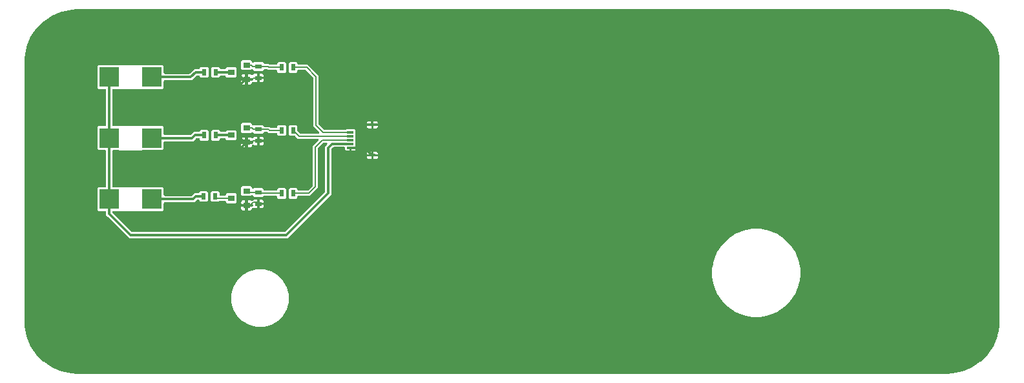
<source format=gbr>
G04 EAGLE Gerber RS-274X export*
G75*
%MOMM*%
%FSLAX34Y34*%
%LPD*%
%INBottom Copper*%
%IPPOS*%
%AMOC8*
5,1,8,0,0,1.08239X$1,22.5*%
G01*
%ADD10R,2.600000X2.600000*%
%ADD11R,0.850000X0.300000*%
%ADD12R,0.950000X0.400000*%
%ADD13R,0.900000X0.800000*%
%ADD14R,0.889000X0.609600*%
%ADD15R,0.609600X0.889000*%
%ADD16C,0.152400*%
%ADD17C,0.304800*%

G36*
X1220029Y10926D02*
X1220029Y10926D01*
X1220075Y10925D01*
X1226696Y11250D01*
X1226727Y11255D01*
X1226919Y11277D01*
X1239907Y13861D01*
X1239933Y13869D01*
X1239960Y13872D01*
X1240193Y13948D01*
X1252428Y19015D01*
X1252452Y19029D01*
X1252477Y19037D01*
X1252691Y19156D01*
X1263702Y26514D01*
X1263723Y26531D01*
X1263747Y26544D01*
X1263933Y26703D01*
X1273297Y36067D01*
X1273314Y36088D01*
X1273335Y36106D01*
X1273486Y36298D01*
X1280844Y47309D01*
X1280856Y47333D01*
X1280873Y47355D01*
X1280985Y47572D01*
X1286052Y59807D01*
X1286060Y59833D01*
X1286072Y59858D01*
X1286139Y60093D01*
X1286299Y60894D01*
X1286299Y60895D01*
X1286602Y62418D01*
X1286905Y63941D01*
X1287208Y65464D01*
X1287208Y65465D01*
X1287511Y66987D01*
X1287511Y66988D01*
X1287814Y68511D01*
X1288117Y70034D01*
X1288420Y71557D01*
X1288420Y71558D01*
X1288723Y73081D01*
X1288725Y73113D01*
X1288750Y73304D01*
X1289075Y79925D01*
X1289074Y79954D01*
X1289077Y80000D01*
X1289077Y420000D01*
X1289074Y420029D01*
X1289075Y420075D01*
X1288750Y426696D01*
X1288745Y426727D01*
X1288723Y426919D01*
X1286139Y439907D01*
X1286131Y439933D01*
X1286128Y439960D01*
X1286052Y440193D01*
X1280985Y452428D01*
X1280971Y452452D01*
X1280963Y452477D01*
X1280844Y452691D01*
X1273486Y463702D01*
X1273469Y463723D01*
X1273456Y463747D01*
X1273297Y463933D01*
X1263933Y473297D01*
X1263912Y473314D01*
X1263894Y473335D01*
X1263702Y473486D01*
X1252691Y480844D01*
X1252667Y480856D01*
X1252645Y480873D01*
X1252428Y480985D01*
X1240193Y486052D01*
X1240166Y486060D01*
X1240142Y486072D01*
X1239907Y486139D01*
X1226919Y488723D01*
X1226887Y488725D01*
X1226696Y488750D01*
X1220075Y489075D01*
X1220046Y489074D01*
X1220000Y489077D01*
X80000Y489077D01*
X79971Y489074D01*
X79925Y489075D01*
X73304Y488750D01*
X73273Y488745D01*
X73081Y488723D01*
X60093Y486139D01*
X60086Y486137D01*
X60083Y486136D01*
X60067Y486131D01*
X60040Y486128D01*
X59807Y486052D01*
X47572Y480985D01*
X47548Y480971D01*
X47523Y480963D01*
X47309Y480844D01*
X36298Y473486D01*
X36277Y473469D01*
X36253Y473456D01*
X36067Y473297D01*
X26703Y463933D01*
X26686Y463912D01*
X26665Y463894D01*
X26514Y463702D01*
X19156Y452691D01*
X19144Y452667D01*
X19127Y452645D01*
X19015Y452428D01*
X13948Y440193D01*
X13940Y440167D01*
X13928Y440142D01*
X13861Y439907D01*
X13730Y439251D01*
X13427Y437728D01*
X13124Y436205D01*
X13124Y436204D01*
X12821Y434682D01*
X12821Y434681D01*
X12518Y433158D01*
X12215Y431635D01*
X11912Y430112D01*
X11912Y430111D01*
X11610Y428589D01*
X11609Y428588D01*
X11306Y427065D01*
X11277Y426919D01*
X11275Y426887D01*
X11250Y426696D01*
X10925Y420075D01*
X10926Y420046D01*
X10923Y420000D01*
X10923Y80000D01*
X10926Y79971D01*
X10925Y79925D01*
X11250Y73304D01*
X11255Y73273D01*
X11277Y73081D01*
X13861Y60093D01*
X13869Y60067D01*
X13872Y60040D01*
X13948Y59807D01*
X19015Y47572D01*
X19029Y47548D01*
X19037Y47523D01*
X19156Y47309D01*
X26514Y36298D01*
X26531Y36277D01*
X26544Y36253D01*
X26703Y36067D01*
X36067Y26703D01*
X36088Y26686D01*
X36106Y26665D01*
X36298Y26514D01*
X47309Y19156D01*
X47333Y19144D01*
X47355Y19127D01*
X47572Y19015D01*
X59807Y13948D01*
X59834Y13940D01*
X59858Y13928D01*
X60093Y13861D01*
X73081Y11277D01*
X73113Y11275D01*
X73304Y11250D01*
X79925Y10925D01*
X79954Y10926D01*
X80000Y10923D01*
X1220000Y10923D01*
X1220029Y10926D01*
G37*
%LPC*%
G36*
X148226Y188975D02*
X148226Y188975D01*
X145399Y191802D01*
X120762Y216439D01*
X117935Y219266D01*
X117935Y222936D01*
X117932Y222962D01*
X117934Y222988D01*
X117912Y223135D01*
X117895Y223282D01*
X117887Y223307D01*
X117883Y223333D01*
X117828Y223471D01*
X117778Y223610D01*
X117764Y223632D01*
X117754Y223657D01*
X117669Y223778D01*
X117589Y223903D01*
X117570Y223921D01*
X117555Y223943D01*
X117445Y224042D01*
X117338Y224145D01*
X117316Y224159D01*
X117296Y224176D01*
X117166Y224248D01*
X117039Y224324D01*
X117014Y224332D01*
X116991Y224345D01*
X116848Y224385D01*
X116707Y224430D01*
X116681Y224432D01*
X116656Y224440D01*
X116412Y224459D01*
X107948Y224459D01*
X106459Y225948D01*
X106459Y254052D01*
X107948Y255541D01*
X116412Y255541D01*
X116438Y255544D01*
X116464Y255542D01*
X116611Y255564D01*
X116758Y255581D01*
X116783Y255589D01*
X116809Y255593D01*
X116947Y255648D01*
X117086Y255698D01*
X117108Y255712D01*
X117133Y255722D01*
X117254Y255807D01*
X117379Y255887D01*
X117397Y255906D01*
X117419Y255921D01*
X117518Y256031D01*
X117621Y256138D01*
X117635Y256160D01*
X117652Y256180D01*
X117724Y256310D01*
X117800Y256437D01*
X117808Y256462D01*
X117821Y256485D01*
X117861Y256628D01*
X117906Y256769D01*
X117908Y256795D01*
X117916Y256820D01*
X117935Y257064D01*
X117935Y302936D01*
X117932Y302962D01*
X117934Y302988D01*
X117912Y303135D01*
X117895Y303282D01*
X117887Y303307D01*
X117883Y303333D01*
X117828Y303471D01*
X117778Y303610D01*
X117764Y303632D01*
X117754Y303657D01*
X117669Y303778D01*
X117589Y303903D01*
X117570Y303921D01*
X117555Y303943D01*
X117445Y304042D01*
X117338Y304145D01*
X117316Y304159D01*
X117296Y304176D01*
X117166Y304248D01*
X117039Y304324D01*
X117014Y304332D01*
X116991Y304345D01*
X116848Y304385D01*
X116707Y304430D01*
X116681Y304432D01*
X116656Y304440D01*
X116412Y304459D01*
X107948Y304459D01*
X106459Y305948D01*
X106459Y334052D01*
X107948Y335541D01*
X116412Y335541D01*
X116438Y335544D01*
X116464Y335542D01*
X116611Y335564D01*
X116758Y335581D01*
X116783Y335589D01*
X116809Y335593D01*
X116947Y335648D01*
X117086Y335698D01*
X117108Y335712D01*
X117133Y335722D01*
X117254Y335807D01*
X117379Y335887D01*
X117397Y335906D01*
X117419Y335921D01*
X117518Y336031D01*
X117621Y336138D01*
X117635Y336160D01*
X117652Y336180D01*
X117724Y336310D01*
X117800Y336437D01*
X117808Y336462D01*
X117821Y336485D01*
X117861Y336628D01*
X117906Y336769D01*
X117908Y336795D01*
X117916Y336820D01*
X117935Y337064D01*
X117935Y382936D01*
X117932Y382962D01*
X117934Y382988D01*
X117912Y383135D01*
X117895Y383282D01*
X117887Y383307D01*
X117883Y383333D01*
X117828Y383471D01*
X117778Y383610D01*
X117764Y383632D01*
X117754Y383657D01*
X117669Y383778D01*
X117589Y383903D01*
X117570Y383921D01*
X117555Y383943D01*
X117445Y384042D01*
X117338Y384145D01*
X117316Y384159D01*
X117296Y384176D01*
X117166Y384248D01*
X117039Y384324D01*
X117014Y384332D01*
X116991Y384345D01*
X116848Y384385D01*
X116707Y384430D01*
X116681Y384432D01*
X116656Y384440D01*
X116412Y384459D01*
X107948Y384459D01*
X106459Y385948D01*
X106459Y414052D01*
X107948Y415541D01*
X133749Y415541D01*
X133874Y415555D01*
X134000Y415562D01*
X134047Y415575D01*
X134095Y415581D01*
X134214Y415623D01*
X134335Y415658D01*
X134377Y415682D01*
X134423Y415698D01*
X134529Y415767D01*
X134639Y415828D01*
X134686Y415868D01*
X134698Y415876D01*
X165309Y415876D01*
X165367Y415824D01*
X165409Y415800D01*
X165447Y415770D01*
X165561Y415716D01*
X165672Y415655D01*
X165719Y415642D01*
X165762Y415621D01*
X165886Y415595D01*
X166008Y415560D01*
X166068Y415555D01*
X166103Y415548D01*
X166151Y415549D01*
X166251Y415541D01*
X192052Y415541D01*
X193541Y414052D01*
X193541Y405588D01*
X193544Y405562D01*
X193542Y405536D01*
X193564Y405389D01*
X193581Y405242D01*
X193589Y405217D01*
X193593Y405191D01*
X193648Y405053D01*
X193698Y404914D01*
X193712Y404892D01*
X193722Y404867D01*
X193807Y404746D01*
X193887Y404621D01*
X193906Y404603D01*
X193921Y404581D01*
X194031Y404482D01*
X194138Y404379D01*
X194160Y404365D01*
X194180Y404348D01*
X194310Y404276D01*
X194437Y404200D01*
X194462Y404192D01*
X194485Y404179D01*
X194628Y404139D01*
X194769Y404094D01*
X194795Y404092D01*
X194820Y404084D01*
X195064Y404065D01*
X226792Y404065D01*
X226918Y404079D01*
X227044Y404086D01*
X227091Y404099D01*
X227139Y404105D01*
X227258Y404147D01*
X227379Y404182D01*
X227421Y404206D01*
X227467Y404222D01*
X227573Y404291D01*
X227683Y404352D01*
X227729Y404392D01*
X227759Y404411D01*
X227793Y404446D01*
X227869Y404511D01*
X233823Y410465D01*
X239395Y410465D01*
X239421Y410468D01*
X239447Y410466D01*
X239594Y410488D01*
X239741Y410505D01*
X239766Y410513D01*
X239792Y410517D01*
X239930Y410572D01*
X240069Y410622D01*
X240091Y410636D01*
X240116Y410646D01*
X240237Y410731D01*
X240362Y410811D01*
X240380Y410830D01*
X240402Y410845D01*
X240501Y410955D01*
X240604Y411062D01*
X240618Y411084D01*
X240635Y411104D01*
X240707Y411234D01*
X240783Y411361D01*
X240791Y411386D01*
X240804Y411409D01*
X240844Y411552D01*
X240889Y411693D01*
X240891Y411719D01*
X240899Y411744D01*
X240910Y411889D01*
X242407Y413386D01*
X250607Y413386D01*
X252096Y411897D01*
X252096Y400903D01*
X250607Y399414D01*
X242407Y399414D01*
X240910Y400910D01*
X240895Y401011D01*
X240878Y401158D01*
X240870Y401183D01*
X240866Y401209D01*
X240811Y401347D01*
X240761Y401486D01*
X240747Y401508D01*
X240737Y401533D01*
X240652Y401654D01*
X240572Y401779D01*
X240553Y401797D01*
X240538Y401819D01*
X240428Y401918D01*
X240321Y402021D01*
X240299Y402035D01*
X240279Y402052D01*
X240149Y402124D01*
X240022Y402200D01*
X239997Y402208D01*
X239974Y402221D01*
X239831Y402261D01*
X239690Y402306D01*
X239664Y402308D01*
X239639Y402316D01*
X239395Y402335D01*
X237822Y402335D01*
X237696Y402321D01*
X237570Y402314D01*
X237523Y402301D01*
X237475Y402295D01*
X237356Y402253D01*
X237235Y402218D01*
X237193Y402194D01*
X237147Y402178D01*
X237041Y402109D01*
X236931Y402048D01*
X236885Y402008D01*
X236855Y401989D01*
X236821Y401954D01*
X236745Y401889D01*
X230791Y395935D01*
X195064Y395935D01*
X195038Y395932D01*
X195012Y395934D01*
X194865Y395912D01*
X194718Y395895D01*
X194693Y395887D01*
X194667Y395883D01*
X194529Y395828D01*
X194390Y395778D01*
X194368Y395764D01*
X194343Y395754D01*
X194222Y395669D01*
X194097Y395589D01*
X194079Y395570D01*
X194057Y395555D01*
X193958Y395445D01*
X193855Y395338D01*
X193841Y395316D01*
X193824Y395296D01*
X193752Y395166D01*
X193676Y395039D01*
X193668Y395014D01*
X193655Y394991D01*
X193615Y394848D01*
X193570Y394707D01*
X193568Y394681D01*
X193560Y394656D01*
X193541Y394412D01*
X193541Y385948D01*
X192052Y384459D01*
X166251Y384459D01*
X166126Y384445D01*
X165999Y384438D01*
X165953Y384425D01*
X165905Y384419D01*
X165786Y384377D01*
X165665Y384342D01*
X165623Y384318D01*
X165577Y384302D01*
X165471Y384233D01*
X165360Y384172D01*
X165314Y384132D01*
X165302Y384124D01*
X134691Y384124D01*
X134633Y384176D01*
X134591Y384200D01*
X134553Y384230D01*
X134439Y384284D01*
X134328Y384345D01*
X134281Y384358D01*
X134238Y384379D01*
X134114Y384405D01*
X133992Y384440D01*
X133932Y384445D01*
X133897Y384452D01*
X133849Y384451D01*
X133749Y384459D01*
X127588Y384459D01*
X127562Y384456D01*
X127536Y384458D01*
X127389Y384436D01*
X127242Y384419D01*
X127217Y384411D01*
X127191Y384407D01*
X127053Y384352D01*
X126914Y384302D01*
X126892Y384288D01*
X126867Y384278D01*
X126746Y384193D01*
X126621Y384113D01*
X126603Y384094D01*
X126581Y384079D01*
X126482Y383969D01*
X126379Y383862D01*
X126365Y383840D01*
X126348Y383820D01*
X126276Y383690D01*
X126200Y383563D01*
X126192Y383538D01*
X126179Y383515D01*
X126139Y383372D01*
X126094Y383231D01*
X126092Y383205D01*
X126084Y383180D01*
X126065Y382936D01*
X126065Y337064D01*
X126068Y337038D01*
X126066Y337012D01*
X126088Y336865D01*
X126105Y336718D01*
X126113Y336693D01*
X126117Y336667D01*
X126172Y336529D01*
X126222Y336390D01*
X126236Y336368D01*
X126246Y336343D01*
X126331Y336222D01*
X126411Y336097D01*
X126430Y336079D01*
X126445Y336057D01*
X126555Y335958D01*
X126662Y335855D01*
X126684Y335841D01*
X126704Y335824D01*
X126834Y335752D01*
X126961Y335676D01*
X126986Y335668D01*
X127009Y335655D01*
X127152Y335615D01*
X127293Y335570D01*
X127319Y335568D01*
X127344Y335560D01*
X127588Y335541D01*
X133749Y335541D01*
X133874Y335555D01*
X134000Y335562D01*
X134047Y335575D01*
X134095Y335581D01*
X134214Y335623D01*
X134335Y335658D01*
X134377Y335682D01*
X134423Y335698D01*
X134529Y335767D01*
X134639Y335828D01*
X134686Y335868D01*
X134698Y335876D01*
X165309Y335876D01*
X165367Y335824D01*
X165409Y335800D01*
X165447Y335770D01*
X165561Y335716D01*
X165672Y335655D01*
X165719Y335642D01*
X165762Y335621D01*
X165886Y335595D01*
X166008Y335560D01*
X166068Y335555D01*
X166103Y335548D01*
X166151Y335549D01*
X166251Y335541D01*
X192052Y335541D01*
X193541Y334052D01*
X193541Y325588D01*
X193544Y325562D01*
X193542Y325536D01*
X193564Y325389D01*
X193581Y325242D01*
X193589Y325217D01*
X193593Y325191D01*
X193648Y325053D01*
X193698Y324914D01*
X193712Y324892D01*
X193722Y324867D01*
X193807Y324746D01*
X193887Y324621D01*
X193906Y324603D01*
X193921Y324581D01*
X194031Y324482D01*
X194138Y324379D01*
X194160Y324365D01*
X194180Y324348D01*
X194310Y324276D01*
X194437Y324200D01*
X194462Y324192D01*
X194485Y324179D01*
X194628Y324139D01*
X194769Y324094D01*
X194795Y324092D01*
X194820Y324084D01*
X195064Y324065D01*
X228392Y324065D01*
X228518Y324079D01*
X228644Y324086D01*
X228691Y324099D01*
X228739Y324105D01*
X228858Y324147D01*
X228979Y324182D01*
X229021Y324206D01*
X229067Y324222D01*
X229173Y324291D01*
X229283Y324352D01*
X229329Y324392D01*
X229359Y324411D01*
X229393Y324446D01*
X229469Y324511D01*
X232873Y327915D01*
X239395Y327915D01*
X239421Y327918D01*
X239447Y327916D01*
X239594Y327938D01*
X239741Y327955D01*
X239766Y327963D01*
X239792Y327967D01*
X239930Y328022D01*
X240069Y328072D01*
X240091Y328086D01*
X240116Y328096D01*
X240237Y328181D01*
X240362Y328261D01*
X240380Y328280D01*
X240402Y328295D01*
X240501Y328405D01*
X240604Y328512D01*
X240618Y328534D01*
X240635Y328554D01*
X240707Y328684D01*
X240783Y328811D01*
X240791Y328836D01*
X240804Y328859D01*
X240844Y329002D01*
X240889Y329143D01*
X240891Y329169D01*
X240899Y329194D01*
X240910Y329339D01*
X242407Y330836D01*
X250607Y330836D01*
X252096Y329347D01*
X252096Y318353D01*
X250607Y316864D01*
X242407Y316864D01*
X240910Y318360D01*
X240895Y318461D01*
X240878Y318608D01*
X240870Y318633D01*
X240866Y318659D01*
X240811Y318797D01*
X240761Y318936D01*
X240747Y318958D01*
X240737Y318983D01*
X240652Y319104D01*
X240572Y319229D01*
X240553Y319247D01*
X240538Y319269D01*
X240428Y319368D01*
X240321Y319471D01*
X240299Y319485D01*
X240279Y319502D01*
X240149Y319574D01*
X240022Y319650D01*
X239997Y319658D01*
X239974Y319671D01*
X239831Y319711D01*
X239690Y319756D01*
X239664Y319758D01*
X239639Y319766D01*
X239395Y319785D01*
X236872Y319785D01*
X236746Y319771D01*
X236620Y319764D01*
X236573Y319751D01*
X236525Y319745D01*
X236406Y319703D01*
X236285Y319668D01*
X236243Y319644D01*
X236197Y319628D01*
X236091Y319559D01*
X235981Y319498D01*
X235935Y319458D01*
X235905Y319439D01*
X235871Y319404D01*
X235795Y319339D01*
X232391Y315935D01*
X195064Y315935D01*
X195038Y315932D01*
X195012Y315934D01*
X194865Y315912D01*
X194718Y315895D01*
X194693Y315887D01*
X194667Y315883D01*
X194529Y315828D01*
X194390Y315778D01*
X194368Y315764D01*
X194343Y315754D01*
X194222Y315669D01*
X194097Y315589D01*
X194079Y315570D01*
X194057Y315555D01*
X193958Y315445D01*
X193855Y315338D01*
X193841Y315316D01*
X193824Y315296D01*
X193752Y315166D01*
X193676Y315039D01*
X193668Y315014D01*
X193655Y314991D01*
X193615Y314848D01*
X193570Y314707D01*
X193568Y314681D01*
X193560Y314656D01*
X193541Y314412D01*
X193541Y305948D01*
X192052Y304459D01*
X166251Y304459D01*
X166126Y304445D01*
X166000Y304438D01*
X165953Y304425D01*
X165905Y304419D01*
X165786Y304377D01*
X165665Y304342D01*
X165623Y304318D01*
X165577Y304302D01*
X165471Y304233D01*
X165361Y304172D01*
X165314Y304132D01*
X165302Y304124D01*
X134691Y304124D01*
X134633Y304176D01*
X134591Y304200D01*
X134553Y304230D01*
X134439Y304284D01*
X134328Y304345D01*
X134281Y304358D01*
X134238Y304379D01*
X134114Y304405D01*
X133992Y304440D01*
X133932Y304445D01*
X133897Y304452D01*
X133849Y304451D01*
X133749Y304459D01*
X127588Y304459D01*
X127562Y304456D01*
X127536Y304458D01*
X127389Y304436D01*
X127242Y304419D01*
X127217Y304411D01*
X127191Y304407D01*
X127053Y304352D01*
X126914Y304302D01*
X126892Y304288D01*
X126867Y304278D01*
X126746Y304193D01*
X126621Y304113D01*
X126603Y304094D01*
X126581Y304079D01*
X126482Y303969D01*
X126379Y303862D01*
X126365Y303840D01*
X126348Y303820D01*
X126276Y303690D01*
X126200Y303563D01*
X126192Y303538D01*
X126179Y303515D01*
X126139Y303372D01*
X126094Y303231D01*
X126092Y303205D01*
X126084Y303180D01*
X126065Y302936D01*
X126065Y257064D01*
X126068Y257038D01*
X126066Y257012D01*
X126088Y256865D01*
X126105Y256718D01*
X126113Y256693D01*
X126117Y256667D01*
X126172Y256529D01*
X126222Y256390D01*
X126236Y256368D01*
X126246Y256343D01*
X126331Y256222D01*
X126411Y256097D01*
X126430Y256079D01*
X126445Y256057D01*
X126555Y255958D01*
X126662Y255855D01*
X126684Y255841D01*
X126704Y255824D01*
X126834Y255752D01*
X126961Y255676D01*
X126986Y255668D01*
X127009Y255655D01*
X127152Y255615D01*
X127293Y255570D01*
X127319Y255568D01*
X127344Y255560D01*
X127588Y255541D01*
X133749Y255541D01*
X133874Y255555D01*
X134000Y255562D01*
X134047Y255575D01*
X134095Y255581D01*
X134214Y255623D01*
X134335Y255658D01*
X134377Y255682D01*
X134423Y255698D01*
X134529Y255767D01*
X134639Y255828D01*
X134686Y255868D01*
X134698Y255876D01*
X165309Y255876D01*
X165367Y255824D01*
X165409Y255800D01*
X165447Y255770D01*
X165561Y255716D01*
X165672Y255655D01*
X165719Y255642D01*
X165762Y255621D01*
X165886Y255595D01*
X166008Y255560D01*
X166068Y255555D01*
X166103Y255548D01*
X166151Y255549D01*
X166251Y255541D01*
X192052Y255541D01*
X193541Y254052D01*
X193541Y245588D01*
X193544Y245562D01*
X193542Y245536D01*
X193564Y245389D01*
X193581Y245242D01*
X193589Y245217D01*
X193593Y245191D01*
X193648Y245053D01*
X193698Y244914D01*
X193712Y244892D01*
X193722Y244867D01*
X193807Y244746D01*
X193887Y244621D01*
X193906Y244603D01*
X193921Y244581D01*
X194031Y244482D01*
X194138Y244379D01*
X194160Y244365D01*
X194180Y244348D01*
X194310Y244276D01*
X194437Y244200D01*
X194462Y244192D01*
X194485Y244179D01*
X194628Y244139D01*
X194769Y244094D01*
X194795Y244092D01*
X194820Y244084D01*
X195064Y244065D01*
X229992Y244065D01*
X230118Y244079D01*
X230244Y244086D01*
X230291Y244099D01*
X230339Y244105D01*
X230458Y244147D01*
X230579Y244182D01*
X230621Y244206D01*
X230667Y244222D01*
X230773Y244291D01*
X230883Y244352D01*
X230929Y244392D01*
X230959Y244411D01*
X230993Y244446D01*
X231069Y244511D01*
X234223Y247665D01*
X238795Y247665D01*
X238821Y247668D01*
X238847Y247666D01*
X238994Y247688D01*
X239141Y247705D01*
X239166Y247713D01*
X239192Y247717D01*
X239330Y247772D01*
X239469Y247822D01*
X239491Y247836D01*
X239516Y247846D01*
X239637Y247931D01*
X239762Y248011D01*
X239780Y248030D01*
X239802Y248045D01*
X239901Y248155D01*
X240004Y248262D01*
X240018Y248284D01*
X240035Y248304D01*
X240107Y248434D01*
X240183Y248561D01*
X240191Y248586D01*
X240204Y248609D01*
X240244Y248752D01*
X240289Y248893D01*
X240291Y248919D01*
X240299Y248944D01*
X240310Y249089D01*
X241807Y250586D01*
X250007Y250586D01*
X251496Y249097D01*
X251496Y238103D01*
X250007Y236614D01*
X241807Y236614D01*
X240310Y238110D01*
X240295Y238211D01*
X240278Y238358D01*
X240270Y238383D01*
X240266Y238409D01*
X240211Y238547D01*
X240161Y238686D01*
X240147Y238708D01*
X240137Y238733D01*
X240052Y238854D01*
X239972Y238979D01*
X239953Y238997D01*
X239938Y239019D01*
X239828Y239118D01*
X239721Y239221D01*
X239699Y239235D01*
X239679Y239252D01*
X239549Y239324D01*
X239422Y239400D01*
X239397Y239408D01*
X239374Y239421D01*
X239231Y239461D01*
X239090Y239506D01*
X239064Y239508D01*
X239039Y239516D01*
X238795Y239535D01*
X238222Y239535D01*
X238096Y239521D01*
X237970Y239514D01*
X237923Y239501D01*
X237875Y239495D01*
X237756Y239453D01*
X237635Y239418D01*
X237593Y239394D01*
X237547Y239378D01*
X237441Y239309D01*
X237331Y239248D01*
X237285Y239208D01*
X237255Y239189D01*
X237221Y239154D01*
X237145Y239089D01*
X233991Y235935D01*
X195064Y235935D01*
X195038Y235932D01*
X195012Y235934D01*
X194865Y235912D01*
X194718Y235895D01*
X194693Y235887D01*
X194667Y235883D01*
X194529Y235828D01*
X194390Y235778D01*
X194368Y235764D01*
X194343Y235754D01*
X194222Y235669D01*
X194097Y235589D01*
X194079Y235570D01*
X194057Y235555D01*
X193958Y235445D01*
X193855Y235338D01*
X193841Y235316D01*
X193824Y235296D01*
X193752Y235166D01*
X193676Y235039D01*
X193668Y235014D01*
X193655Y234991D01*
X193615Y234848D01*
X193570Y234707D01*
X193568Y234681D01*
X193560Y234656D01*
X193541Y234412D01*
X193541Y225948D01*
X192052Y224459D01*
X166251Y224459D01*
X166126Y224445D01*
X166000Y224438D01*
X165953Y224425D01*
X165905Y224419D01*
X165786Y224377D01*
X165665Y224342D01*
X165623Y224318D01*
X165577Y224302D01*
X165471Y224233D01*
X165361Y224172D01*
X165314Y224132D01*
X165302Y224124D01*
X134691Y224124D01*
X134633Y224176D01*
X134591Y224200D01*
X134553Y224230D01*
X134439Y224284D01*
X134328Y224345D01*
X134281Y224358D01*
X134238Y224379D01*
X134114Y224405D01*
X133992Y224440D01*
X133932Y224445D01*
X133897Y224452D01*
X133849Y224451D01*
X133749Y224459D01*
X127917Y224459D01*
X127817Y224448D01*
X127716Y224446D01*
X127644Y224428D01*
X127570Y224419D01*
X127476Y224386D01*
X127378Y224361D01*
X127312Y224327D01*
X127242Y224302D01*
X127158Y224247D01*
X127069Y224201D01*
X127012Y224153D01*
X126949Y224113D01*
X126880Y224041D01*
X126803Y223976D01*
X126759Y223916D01*
X126707Y223862D01*
X126656Y223776D01*
X126596Y223695D01*
X126567Y223627D01*
X126528Y223563D01*
X126498Y223467D01*
X126458Y223375D01*
X126445Y223302D01*
X126422Y223231D01*
X126414Y223131D01*
X126396Y223032D01*
X126400Y222958D01*
X126394Y222884D01*
X126409Y222784D01*
X126414Y222684D01*
X126435Y222613D01*
X126446Y222539D01*
X126483Y222446D01*
X126511Y222349D01*
X126547Y222284D01*
X126575Y222215D01*
X126632Y222133D01*
X126681Y222045D01*
X126746Y221969D01*
X126774Y221929D01*
X126800Y221905D01*
X126839Y221859D01*
X151148Y197551D01*
X151247Y197472D01*
X151340Y197388D01*
X151383Y197364D01*
X151421Y197334D01*
X151535Y197280D01*
X151645Y197219D01*
X151692Y197206D01*
X151736Y197185D01*
X151859Y197159D01*
X151981Y197124D01*
X152042Y197119D01*
X152076Y197112D01*
X152124Y197113D01*
X152225Y197105D01*
X352015Y197105D01*
X352141Y197119D01*
X352267Y197126D01*
X352314Y197139D01*
X352362Y197145D01*
X352481Y197187D01*
X352602Y197222D01*
X352644Y197246D01*
X352690Y197262D01*
X352796Y197331D01*
X352906Y197392D01*
X352952Y197432D01*
X352982Y197451D01*
X353016Y197486D01*
X353092Y197551D01*
X404429Y248888D01*
X404508Y248987D01*
X404592Y249080D01*
X404616Y249123D01*
X404646Y249161D01*
X404700Y249275D01*
X404761Y249385D01*
X404774Y249432D01*
X404795Y249476D01*
X404821Y249599D01*
X404856Y249721D01*
X404861Y249782D01*
X404868Y249816D01*
X404867Y249864D01*
X404875Y249965D01*
X404875Y309024D01*
X407449Y311597D01*
X407511Y311675D01*
X407581Y311748D01*
X407619Y311812D01*
X407665Y311870D01*
X407708Y311961D01*
X407760Y312047D01*
X407782Y312118D01*
X407814Y312185D01*
X407835Y312283D01*
X407866Y312379D01*
X407872Y312453D01*
X407887Y312526D01*
X407886Y312626D01*
X407894Y312726D01*
X407883Y312800D01*
X407881Y312874D01*
X407857Y312971D01*
X407842Y313071D01*
X407815Y313140D01*
X407796Y313212D01*
X407750Y313301D01*
X407713Y313395D01*
X407671Y313456D01*
X407637Y313522D01*
X407572Y313598D01*
X407514Y313681D01*
X407459Y313731D01*
X407411Y313787D01*
X407330Y313847D01*
X407256Y313914D01*
X407191Y313950D01*
X407131Y313995D01*
X407038Y314034D01*
X406951Y314083D01*
X406879Y314103D01*
X406811Y314133D01*
X406712Y314150D01*
X406615Y314178D01*
X406515Y314186D01*
X406468Y314194D01*
X406432Y314192D01*
X406371Y314197D01*
X403589Y314197D01*
X403463Y314183D01*
X403337Y314176D01*
X403291Y314163D01*
X403243Y314157D01*
X403124Y314115D01*
X403002Y314080D01*
X402960Y314056D01*
X402915Y314040D01*
X402808Y313971D01*
X402698Y313910D01*
X402652Y313870D01*
X402622Y313851D01*
X402588Y313816D01*
X402512Y313751D01*
X396179Y307418D01*
X396100Y307319D01*
X396016Y307225D01*
X395992Y307183D01*
X395962Y307145D01*
X395908Y307031D01*
X395847Y306920D01*
X395834Y306874D01*
X395813Y306830D01*
X395787Y306707D01*
X395752Y306585D01*
X395747Y306524D01*
X395740Y306489D01*
X395741Y306441D01*
X395733Y306341D01*
X395733Y255172D01*
X384908Y244347D01*
X370205Y244347D01*
X370179Y244344D01*
X370153Y244346D01*
X370006Y244324D01*
X369859Y244307D01*
X369834Y244299D01*
X369808Y244295D01*
X369670Y244240D01*
X369531Y244190D01*
X369509Y244176D01*
X369484Y244166D01*
X369363Y244081D01*
X369238Y244001D01*
X369220Y243982D01*
X369198Y243967D01*
X369099Y243857D01*
X368996Y243750D01*
X368982Y243728D01*
X368965Y243708D01*
X368893Y243578D01*
X368817Y243451D01*
X368809Y243426D01*
X368796Y243403D01*
X368756Y243260D01*
X368711Y243119D01*
X368709Y243093D01*
X368701Y243068D01*
X368682Y242824D01*
X368682Y242153D01*
X367193Y240664D01*
X358993Y240664D01*
X357504Y242153D01*
X357504Y253147D01*
X358993Y254636D01*
X367193Y254636D01*
X368682Y253147D01*
X368682Y252476D01*
X368685Y252450D01*
X368683Y252424D01*
X368705Y252277D01*
X368722Y252130D01*
X368730Y252105D01*
X368734Y252079D01*
X368789Y251941D01*
X368839Y251802D01*
X368853Y251780D01*
X368863Y251755D01*
X368948Y251634D01*
X369028Y251509D01*
X369047Y251491D01*
X369062Y251469D01*
X369172Y251370D01*
X369279Y251267D01*
X369301Y251253D01*
X369321Y251236D01*
X369451Y251164D01*
X369578Y251088D01*
X369603Y251080D01*
X369626Y251067D01*
X369769Y251027D01*
X369910Y250982D01*
X369936Y250980D01*
X369961Y250972D01*
X370205Y250953D01*
X381541Y250953D01*
X381667Y250967D01*
X381793Y250974D01*
X381839Y250987D01*
X381887Y250993D01*
X382006Y251035D01*
X382128Y251070D01*
X382170Y251094D01*
X382215Y251110D01*
X382322Y251179D01*
X382432Y251240D01*
X382478Y251280D01*
X382508Y251299D01*
X382542Y251334D01*
X382618Y251399D01*
X388681Y257462D01*
X388760Y257561D01*
X388844Y257655D01*
X388868Y257697D01*
X388898Y257735D01*
X388952Y257849D01*
X389013Y257960D01*
X389026Y258006D01*
X389047Y258050D01*
X389073Y258173D01*
X389108Y258295D01*
X389113Y258356D01*
X389120Y258391D01*
X389119Y258439D01*
X389127Y258539D01*
X389127Y309708D01*
X396016Y316597D01*
X396079Y316675D01*
X396148Y316748D01*
X396187Y316812D01*
X396233Y316870D01*
X396276Y316961D01*
X396327Y317047D01*
X396350Y317118D01*
X396382Y317185D01*
X396403Y317283D01*
X396433Y317379D01*
X396439Y317453D01*
X396455Y317526D01*
X396453Y317626D01*
X396461Y317726D01*
X396450Y317800D01*
X396449Y317874D01*
X396425Y317971D01*
X396410Y318071D01*
X396382Y318140D01*
X396364Y318212D01*
X396318Y318302D01*
X396281Y318395D01*
X396239Y318456D01*
X396204Y318522D01*
X396139Y318599D01*
X396082Y318681D01*
X396027Y318731D01*
X395979Y318787D01*
X395898Y318847D01*
X395823Y318914D01*
X395758Y318950D01*
X395698Y318995D01*
X395606Y319034D01*
X395518Y319083D01*
X395447Y319103D01*
X395378Y319133D01*
X395280Y319150D01*
X395183Y319178D01*
X395083Y319186D01*
X395035Y319194D01*
X395000Y319192D01*
X394939Y319197D01*
X369425Y319197D01*
X367044Y321578D01*
X365854Y322768D01*
X365755Y322847D01*
X365661Y322931D01*
X365619Y322955D01*
X365581Y322985D01*
X365467Y323039D01*
X365356Y323100D01*
X365310Y323113D01*
X365266Y323134D01*
X365143Y323160D01*
X365021Y323195D01*
X364960Y323200D01*
X364925Y323207D01*
X364877Y323206D01*
X364777Y323214D01*
X358993Y323214D01*
X357504Y324703D01*
X357504Y335697D01*
X358993Y337186D01*
X367193Y337186D01*
X368682Y335697D01*
X368682Y329913D01*
X368696Y329787D01*
X368703Y329661D01*
X368716Y329615D01*
X368722Y329567D01*
X368764Y329448D01*
X368799Y329326D01*
X368823Y329284D01*
X368839Y329239D01*
X368908Y329132D01*
X368969Y329022D01*
X369009Y328976D01*
X369028Y328946D01*
X369063Y328912D01*
X369128Y328836D01*
X371715Y326249D01*
X371814Y326170D01*
X371908Y326086D01*
X371950Y326062D01*
X371988Y326032D01*
X372102Y325978D01*
X372213Y325917D01*
X372259Y325904D01*
X372303Y325883D01*
X372426Y325857D01*
X372548Y325822D01*
X372609Y325817D01*
X372644Y325810D01*
X372692Y325811D01*
X372792Y325803D01*
X395899Y325803D01*
X395999Y325814D01*
X396099Y325816D01*
X396171Y325834D01*
X396245Y325843D01*
X396340Y325876D01*
X396437Y325901D01*
X396503Y325935D01*
X396573Y325960D01*
X396658Y326015D01*
X396747Y326061D01*
X396804Y326109D01*
X396866Y326149D01*
X396936Y326221D01*
X397012Y326286D01*
X397057Y326346D01*
X397108Y326400D01*
X397160Y326486D01*
X397220Y326567D01*
X397249Y326635D01*
X397287Y326699D01*
X397318Y326795D01*
X397358Y326887D01*
X397371Y326960D01*
X397393Y327031D01*
X397402Y327131D01*
X397419Y327230D01*
X397415Y327304D01*
X397421Y327378D01*
X397407Y327478D01*
X397401Y327578D01*
X397381Y327649D01*
X397370Y327723D01*
X397333Y327816D01*
X397305Y327913D01*
X397268Y327978D01*
X397241Y328047D01*
X397184Y328129D01*
X397135Y328217D01*
X397070Y328293D01*
X397042Y328333D01*
X397016Y328357D01*
X396976Y328403D01*
X392178Y333201D01*
X389797Y335582D01*
X389797Y398451D01*
X389783Y398577D01*
X389776Y398703D01*
X389763Y398749D01*
X389757Y398797D01*
X389715Y398916D01*
X389680Y399038D01*
X389656Y399080D01*
X389640Y399125D01*
X389571Y399232D01*
X389510Y399342D01*
X389470Y399388D01*
X389451Y399418D01*
X389416Y399452D01*
X389351Y399528D01*
X379878Y409001D01*
X379779Y409080D01*
X379685Y409164D01*
X379643Y409188D01*
X379605Y409218D01*
X379491Y409272D01*
X379380Y409333D01*
X379334Y409346D01*
X379290Y409367D01*
X379167Y409393D01*
X379045Y409428D01*
X378984Y409433D01*
X378949Y409440D01*
X378901Y409439D01*
X378801Y409447D01*
X370205Y409447D01*
X370179Y409444D01*
X370153Y409446D01*
X370006Y409424D01*
X369859Y409407D01*
X369834Y409399D01*
X369808Y409395D01*
X369670Y409340D01*
X369531Y409290D01*
X369509Y409276D01*
X369484Y409266D01*
X369363Y409181D01*
X369238Y409101D01*
X369220Y409082D01*
X369198Y409067D01*
X369099Y408957D01*
X368996Y408850D01*
X368982Y408828D01*
X368965Y408808D01*
X368893Y408678D01*
X368817Y408551D01*
X368809Y408526D01*
X368796Y408503D01*
X368756Y408360D01*
X368711Y408219D01*
X368709Y408193D01*
X368701Y408168D01*
X368682Y407924D01*
X368682Y407253D01*
X367193Y405764D01*
X358993Y405764D01*
X357504Y407253D01*
X357504Y418247D01*
X358993Y419736D01*
X367193Y419736D01*
X368682Y418247D01*
X368682Y417576D01*
X368685Y417550D01*
X368683Y417524D01*
X368705Y417377D01*
X368722Y417230D01*
X368730Y417205D01*
X368734Y417179D01*
X368789Y417041D01*
X368839Y416902D01*
X368853Y416880D01*
X368863Y416855D01*
X368948Y416734D01*
X369028Y416609D01*
X369047Y416591D01*
X369062Y416569D01*
X369172Y416470D01*
X369279Y416367D01*
X369301Y416353D01*
X369321Y416336D01*
X369451Y416264D01*
X369578Y416188D01*
X369603Y416180D01*
X369626Y416167D01*
X369769Y416127D01*
X369910Y416082D01*
X369936Y416080D01*
X369961Y416072D01*
X370205Y416053D01*
X382168Y416053D01*
X384549Y413672D01*
X394022Y404199D01*
X396403Y401818D01*
X396403Y338949D01*
X396417Y338823D01*
X396424Y338697D01*
X396437Y338651D01*
X396443Y338603D01*
X396485Y338484D01*
X396520Y338362D01*
X396544Y338320D01*
X396560Y338275D01*
X396629Y338168D01*
X396690Y338058D01*
X396730Y338012D01*
X396749Y337982D01*
X396784Y337948D01*
X396849Y337872D01*
X403472Y331249D01*
X403571Y331170D01*
X403665Y331086D01*
X403707Y331062D01*
X403745Y331032D01*
X403859Y330978D01*
X403970Y330917D01*
X404016Y330904D01*
X404060Y330883D01*
X404183Y330857D01*
X404305Y330822D01*
X404366Y330817D01*
X404401Y330810D01*
X404449Y330811D01*
X404549Y330803D01*
X431479Y330803D01*
X431604Y330817D01*
X431730Y330824D01*
X431777Y330837D01*
X431825Y330843D01*
X431944Y330885D01*
X432065Y330920D01*
X432107Y330944D01*
X432153Y330960D01*
X432259Y331029D01*
X432369Y331090D01*
X432416Y331130D01*
X432446Y331149D01*
X432448Y331151D01*
X432448Y331152D01*
X432480Y331184D01*
X432556Y331249D01*
X432848Y331541D01*
X443452Y331541D01*
X444941Y330052D01*
X444941Y309023D01*
X444647Y309023D01*
X444558Y309013D01*
X444467Y309013D01*
X444385Y308993D01*
X444301Y308984D01*
X444216Y308953D01*
X444128Y308932D01*
X444053Y308895D01*
X443973Y308866D01*
X443897Y308817D01*
X443816Y308777D01*
X443722Y308704D01*
X443680Y308677D01*
X443660Y308656D01*
X443623Y308627D01*
X443622Y308627D01*
X443533Y308524D01*
X443438Y308426D01*
X443418Y308393D01*
X443393Y308365D01*
X443329Y308244D01*
X443259Y308127D01*
X443247Y308091D01*
X443229Y308057D01*
X443194Y307925D01*
X443153Y307795D01*
X443150Y307757D01*
X443140Y307720D01*
X443136Y307584D01*
X443125Y307448D01*
X443130Y307410D01*
X443129Y307372D01*
X443156Y307238D01*
X443176Y307103D01*
X443191Y307067D01*
X443198Y307030D01*
X443255Y306906D01*
X443305Y306779D01*
X443327Y306748D01*
X443343Y306713D01*
X443426Y306605D01*
X443504Y306493D01*
X443532Y306467D01*
X443556Y306437D01*
X443662Y306351D01*
X443763Y306259D01*
X443796Y306241D01*
X443826Y306217D01*
X443948Y306157D01*
X444068Y306091D01*
X444105Y306081D01*
X444139Y306064D01*
X444272Y306033D01*
X444403Y305996D01*
X444450Y305992D01*
X444479Y305986D01*
X444529Y305986D01*
X444647Y305977D01*
X444941Y305977D01*
X444941Y305665D01*
X444768Y305019D01*
X444433Y304440D01*
X443960Y303967D01*
X443381Y303632D01*
X442735Y303459D01*
X439673Y303459D01*
X439673Y306912D01*
X439670Y306938D01*
X439672Y306964D01*
X439650Y307111D01*
X439634Y307258D01*
X439625Y307283D01*
X439621Y307309D01*
X439566Y307447D01*
X439516Y307586D01*
X439502Y307608D01*
X439492Y307633D01*
X439408Y307754D01*
X439327Y307879D01*
X439308Y307897D01*
X439293Y307919D01*
X439183Y308018D01*
X439076Y308121D01*
X439054Y308135D01*
X439034Y308152D01*
X438904Y308224D01*
X438777Y308300D01*
X438752Y308308D01*
X438729Y308321D01*
X438586Y308361D01*
X438445Y308406D01*
X438419Y308408D01*
X438394Y308416D01*
X438150Y308435D01*
X438124Y308432D01*
X438098Y308434D01*
X437951Y308412D01*
X437804Y308395D01*
X437779Y308387D01*
X437753Y308383D01*
X437615Y308328D01*
X437476Y308278D01*
X437453Y308264D01*
X437429Y308254D01*
X437308Y308169D01*
X437183Y308089D01*
X437164Y308070D01*
X437143Y308055D01*
X437044Y307945D01*
X436941Y307838D01*
X436927Y307816D01*
X436909Y307796D01*
X436838Y307666D01*
X436762Y307539D01*
X436754Y307514D01*
X436741Y307491D01*
X436701Y307348D01*
X436655Y307207D01*
X436653Y307181D01*
X436646Y307156D01*
X436627Y306912D01*
X436627Y303459D01*
X433565Y303459D01*
X432919Y303632D01*
X432340Y303967D01*
X431867Y304440D01*
X431532Y305019D01*
X431359Y305665D01*
X431359Y306912D01*
X431356Y306938D01*
X431358Y306964D01*
X431336Y307111D01*
X431319Y307258D01*
X431311Y307283D01*
X431307Y307309D01*
X431252Y307447D01*
X431202Y307586D01*
X431188Y307608D01*
X431178Y307633D01*
X431093Y307754D01*
X431013Y307879D01*
X430994Y307897D01*
X430979Y307919D01*
X430869Y308018D01*
X430762Y308121D01*
X430740Y308135D01*
X430720Y308152D01*
X430590Y308224D01*
X430463Y308300D01*
X430438Y308308D01*
X430415Y308321D01*
X430272Y308361D01*
X430131Y308406D01*
X430105Y308408D01*
X430080Y308416D01*
X429836Y308435D01*
X416415Y308435D01*
X416289Y308421D01*
X416163Y308414D01*
X416116Y308401D01*
X416068Y308395D01*
X415949Y308353D01*
X415828Y308318D01*
X415786Y308294D01*
X415740Y308278D01*
X415634Y308209D01*
X415524Y308148D01*
X415478Y308108D01*
X415448Y308089D01*
X415414Y308054D01*
X415338Y307989D01*
X413451Y306102D01*
X413372Y306003D01*
X413288Y305910D01*
X413264Y305867D01*
X413234Y305829D01*
X413180Y305715D01*
X413119Y305605D01*
X413106Y305558D01*
X413085Y305514D01*
X413059Y305391D01*
X413024Y305269D01*
X413019Y305208D01*
X413012Y305174D01*
X413013Y305126D01*
X413005Y305025D01*
X413005Y245966D01*
X356014Y188975D01*
X148226Y188975D01*
G37*
%LPD*%
%LPC*%
G36*
X964321Y85689D02*
X964321Y85689D01*
X953181Y87905D01*
X942687Y92252D01*
X933243Y98562D01*
X925212Y106593D01*
X918902Y116037D01*
X914555Y126531D01*
X912339Y137671D01*
X912339Y149029D01*
X912382Y149243D01*
X912382Y149244D01*
X912988Y152290D01*
X913291Y153813D01*
X913594Y155336D01*
X913594Y155337D01*
X913897Y156859D01*
X913897Y156860D01*
X914503Y159906D01*
X914555Y160169D01*
X918902Y170663D01*
X925212Y180107D01*
X933243Y188138D01*
X942687Y194448D01*
X953181Y198795D01*
X964321Y201011D01*
X975679Y201011D01*
X986819Y198795D01*
X997313Y194448D01*
X1006757Y188138D01*
X1014788Y180107D01*
X1021098Y170663D01*
X1025445Y160169D01*
X1027661Y149029D01*
X1027661Y137671D01*
X1027353Y136125D01*
X1027353Y136124D01*
X1027050Y134601D01*
X1026747Y133078D01*
X1026444Y131555D01*
X1026444Y131554D01*
X1025535Y126985D01*
X1025445Y126531D01*
X1021098Y116037D01*
X1014788Y106593D01*
X1006757Y98562D01*
X997313Y92252D01*
X986819Y87905D01*
X975679Y85689D01*
X964321Y85689D01*
G37*
%LPD*%
%LPC*%
G36*
X315042Y72339D02*
X315042Y72339D01*
X305464Y74906D01*
X296876Y79864D01*
X289864Y86876D01*
X284906Y95464D01*
X282339Y105042D01*
X282339Y114958D01*
X284906Y124536D01*
X289864Y133124D01*
X296876Y140136D01*
X305464Y145094D01*
X315042Y147661D01*
X324958Y147661D01*
X334536Y145094D01*
X343124Y140136D01*
X350136Y133124D01*
X355094Y124536D01*
X357661Y114958D01*
X357661Y105042D01*
X355094Y95464D01*
X350136Y86876D01*
X343124Y79864D01*
X334536Y74906D01*
X324958Y72339D01*
X315042Y72339D01*
G37*
%LPD*%
%LPC*%
G36*
X344007Y323214D02*
X344007Y323214D01*
X342518Y324703D01*
X342518Y325374D01*
X342515Y325400D01*
X342517Y325426D01*
X342495Y325573D01*
X342478Y325720D01*
X342470Y325745D01*
X342466Y325771D01*
X342411Y325909D01*
X342361Y326048D01*
X342347Y326070D01*
X342337Y326095D01*
X342253Y326216D01*
X342172Y326341D01*
X342153Y326359D01*
X342138Y326381D01*
X342028Y326480D01*
X341921Y326583D01*
X341899Y326597D01*
X341879Y326614D01*
X341749Y326686D01*
X341622Y326762D01*
X341597Y326770D01*
X341574Y326783D01*
X341431Y326823D01*
X341290Y326868D01*
X341264Y326870D01*
X341239Y326878D01*
X340995Y326897D01*
X330725Y326897D01*
X330028Y327594D01*
X329929Y327673D01*
X329835Y327757D01*
X329793Y327781D01*
X329755Y327811D01*
X329641Y327865D01*
X329530Y327926D01*
X329484Y327939D01*
X329440Y327960D01*
X329317Y327986D01*
X329195Y328021D01*
X329134Y328026D01*
X329099Y328033D01*
X329051Y328032D01*
X328951Y328040D01*
X325914Y328040D01*
X325789Y328026D01*
X325663Y328019D01*
X325616Y328006D01*
X325568Y328000D01*
X325449Y327958D01*
X325328Y327923D01*
X325285Y327899D01*
X325240Y327883D01*
X325134Y327814D01*
X325023Y327753D01*
X324977Y327713D01*
X324947Y327694D01*
X324914Y327659D01*
X324837Y327594D01*
X322997Y325754D01*
X312003Y325754D01*
X310445Y327312D01*
X310424Y327329D01*
X310407Y327349D01*
X310288Y327437D01*
X310172Y327529D01*
X310148Y327540D01*
X310127Y327556D01*
X309991Y327614D01*
X309857Y327678D01*
X309831Y327683D01*
X309807Y327694D01*
X309661Y327720D01*
X309516Y327751D01*
X309490Y327751D01*
X309464Y327755D01*
X309315Y327748D01*
X309167Y327745D01*
X309142Y327739D01*
X309116Y327737D01*
X308973Y327696D01*
X308829Y327660D01*
X308806Y327648D01*
X308781Y327641D01*
X308651Y327568D01*
X308520Y327501D01*
X308500Y327484D01*
X308477Y327471D01*
X308290Y327312D01*
X307685Y326707D01*
X296581Y326707D01*
X295092Y328196D01*
X295092Y338300D01*
X296581Y339789D01*
X307685Y339789D01*
X309174Y338300D01*
X309174Y338074D01*
X309177Y338048D01*
X309175Y338022D01*
X309197Y337875D01*
X309214Y337728D01*
X309222Y337703D01*
X309226Y337677D01*
X309281Y337539D01*
X309331Y337400D01*
X309345Y337378D01*
X309355Y337353D01*
X309440Y337232D01*
X309520Y337107D01*
X309539Y337089D01*
X309554Y337067D01*
X309664Y336968D01*
X309771Y336865D01*
X309793Y336851D01*
X309813Y336834D01*
X309943Y336762D01*
X310070Y336686D01*
X310095Y336678D01*
X310118Y336665D01*
X310261Y336625D01*
X310402Y336580D01*
X310428Y336578D01*
X310453Y336570D01*
X310697Y336551D01*
X310991Y336551D01*
X311116Y336565D01*
X311243Y336572D01*
X311289Y336585D01*
X311337Y336591D01*
X311456Y336633D01*
X311577Y336668D01*
X311619Y336692D01*
X311665Y336708D01*
X311771Y336777D01*
X311882Y336838D01*
X311928Y336878D01*
X311958Y336897D01*
X311991Y336932D01*
X322997Y336932D01*
X324837Y335092D01*
X324936Y335013D01*
X325030Y334929D01*
X325072Y334905D01*
X325110Y334875D01*
X325224Y334821D01*
X325335Y334760D01*
X325382Y334747D01*
X325425Y334726D01*
X325549Y334700D01*
X325671Y334665D01*
X325731Y334660D01*
X325766Y334653D01*
X325814Y334654D01*
X325914Y334646D01*
X332318Y334646D01*
X333015Y333949D01*
X333114Y333870D01*
X333208Y333786D01*
X333250Y333762D01*
X333288Y333732D01*
X333402Y333678D01*
X333513Y333617D01*
X333559Y333604D01*
X333603Y333583D01*
X333726Y333557D01*
X333848Y333522D01*
X333909Y333517D01*
X333944Y333510D01*
X333992Y333511D01*
X334092Y333503D01*
X340995Y333503D01*
X341021Y333506D01*
X341047Y333504D01*
X341194Y333526D01*
X341341Y333543D01*
X341366Y333551D01*
X341392Y333555D01*
X341530Y333610D01*
X341669Y333660D01*
X341691Y333674D01*
X341716Y333684D01*
X341837Y333769D01*
X341962Y333849D01*
X341980Y333868D01*
X342002Y333883D01*
X342101Y333993D01*
X342204Y334100D01*
X342218Y334122D01*
X342235Y334142D01*
X342307Y334272D01*
X342383Y334399D01*
X342391Y334424D01*
X342404Y334447D01*
X342444Y334590D01*
X342489Y334731D01*
X342491Y334757D01*
X342499Y334782D01*
X342518Y335026D01*
X342518Y335697D01*
X344007Y337186D01*
X352207Y337186D01*
X353696Y335697D01*
X353696Y324703D01*
X352207Y323214D01*
X344007Y323214D01*
G37*
%LPD*%
%LPC*%
G36*
X344007Y405764D02*
X344007Y405764D01*
X342518Y407253D01*
X342518Y407924D01*
X342515Y407950D01*
X342517Y407976D01*
X342495Y408123D01*
X342478Y408270D01*
X342470Y408295D01*
X342466Y408321D01*
X342411Y408459D01*
X342361Y408598D01*
X342347Y408620D01*
X342337Y408645D01*
X342252Y408766D01*
X342172Y408891D01*
X342153Y408909D01*
X342138Y408931D01*
X342028Y409030D01*
X341921Y409133D01*
X341899Y409147D01*
X341879Y409164D01*
X341749Y409236D01*
X341622Y409312D01*
X341597Y409320D01*
X341574Y409333D01*
X341431Y409373D01*
X341290Y409418D01*
X341264Y409420D01*
X341239Y409428D01*
X340995Y409447D01*
X329775Y409447D01*
X329078Y410144D01*
X328979Y410223D01*
X328885Y410307D01*
X328843Y410331D01*
X328805Y410361D01*
X328691Y410415D01*
X328580Y410476D01*
X328534Y410489D01*
X328490Y410510D01*
X328367Y410536D01*
X328245Y410571D01*
X328184Y410576D01*
X328149Y410583D01*
X328101Y410582D01*
X328001Y410590D01*
X325914Y410590D01*
X325789Y410576D01*
X325663Y410569D01*
X325616Y410556D01*
X325568Y410550D01*
X325449Y410508D01*
X325328Y410473D01*
X325286Y410449D01*
X325240Y410433D01*
X325134Y410364D01*
X325024Y410303D01*
X324977Y410263D01*
X324947Y410244D01*
X324914Y410209D01*
X324837Y410144D01*
X322997Y408304D01*
X312003Y408304D01*
X310445Y409862D01*
X310424Y409879D01*
X310407Y409899D01*
X310288Y409987D01*
X310172Y410079D01*
X310148Y410090D01*
X310127Y410106D01*
X309991Y410164D01*
X309857Y410228D01*
X309831Y410233D01*
X309807Y410244D01*
X309661Y410270D01*
X309516Y410301D01*
X309490Y410301D01*
X309464Y410305D01*
X309315Y410298D01*
X309167Y410295D01*
X309142Y410289D01*
X309116Y410287D01*
X308973Y410246D01*
X308829Y410210D01*
X308806Y410198D01*
X308781Y410191D01*
X308651Y410118D01*
X308520Y410051D01*
X308500Y410034D01*
X308477Y410021D01*
X308290Y409862D01*
X307685Y409257D01*
X296581Y409257D01*
X295092Y410746D01*
X295092Y420850D01*
X296581Y422339D01*
X307685Y422339D01*
X309174Y420850D01*
X309174Y420330D01*
X309185Y420231D01*
X309187Y420130D01*
X309205Y420058D01*
X309214Y419984D01*
X309247Y419889D01*
X309272Y419792D01*
X309306Y419726D01*
X309331Y419656D01*
X309386Y419572D01*
X309432Y419482D01*
X309480Y419426D01*
X309520Y419363D01*
X309592Y419293D01*
X309657Y419217D01*
X309717Y419173D01*
X309771Y419121D01*
X309857Y419069D01*
X309938Y419010D01*
X310006Y418980D01*
X310070Y418942D01*
X310165Y418912D01*
X310258Y418872D01*
X310331Y418859D01*
X310402Y418836D01*
X310502Y418828D01*
X310601Y418810D01*
X310675Y418814D01*
X310749Y418808D01*
X310848Y418823D01*
X310949Y418828D01*
X311020Y418849D01*
X311094Y418860D01*
X311187Y418897D01*
X311284Y418925D01*
X311349Y418961D01*
X311418Y418988D01*
X311500Y419046D01*
X311588Y419095D01*
X311664Y419160D01*
X311704Y419187D01*
X311728Y419214D01*
X311774Y419253D01*
X312003Y419482D01*
X322997Y419482D01*
X324837Y417642D01*
X324936Y417563D01*
X325030Y417479D01*
X325072Y417455D01*
X325110Y417425D01*
X325224Y417371D01*
X325335Y417310D01*
X325382Y417297D01*
X325425Y417276D01*
X325549Y417250D01*
X325671Y417215D01*
X325731Y417210D01*
X325766Y417203D01*
X325814Y417204D01*
X325914Y417196D01*
X331368Y417196D01*
X332065Y416499D01*
X332164Y416420D01*
X332258Y416336D01*
X332300Y416312D01*
X332338Y416282D01*
X332452Y416228D01*
X332563Y416167D01*
X332609Y416154D01*
X332653Y416133D01*
X332776Y416107D01*
X332898Y416072D01*
X332959Y416067D01*
X332994Y416060D01*
X333042Y416061D01*
X333142Y416053D01*
X340995Y416053D01*
X341021Y416056D01*
X341047Y416054D01*
X341194Y416076D01*
X341341Y416093D01*
X341366Y416101D01*
X341392Y416105D01*
X341530Y416160D01*
X341669Y416210D01*
X341691Y416224D01*
X341716Y416234D01*
X341837Y416319D01*
X341962Y416399D01*
X341980Y416418D01*
X342002Y416433D01*
X342101Y416543D01*
X342204Y416650D01*
X342218Y416672D01*
X342235Y416692D01*
X342307Y416822D01*
X342383Y416949D01*
X342391Y416974D01*
X342404Y416997D01*
X342444Y417140D01*
X342489Y417281D01*
X342491Y417307D01*
X342499Y417332D01*
X342518Y417576D01*
X342518Y418247D01*
X344007Y419736D01*
X352207Y419736D01*
X353696Y418247D01*
X353696Y407253D01*
X352207Y405764D01*
X344007Y405764D01*
G37*
%LPD*%
%LPC*%
G36*
X344007Y240664D02*
X344007Y240664D01*
X342518Y242153D01*
X342518Y242824D01*
X342515Y242850D01*
X342517Y242876D01*
X342495Y243023D01*
X342478Y243170D01*
X342470Y243195D01*
X342466Y243221D01*
X342411Y243359D01*
X342361Y243498D01*
X342347Y243520D01*
X342337Y243545D01*
X342252Y243666D01*
X342172Y243791D01*
X342153Y243809D01*
X342138Y243831D01*
X342028Y243930D01*
X341921Y244033D01*
X341899Y244047D01*
X341879Y244064D01*
X341749Y244136D01*
X341622Y244212D01*
X341597Y244220D01*
X341574Y244233D01*
X341431Y244273D01*
X341290Y244318D01*
X341264Y244320D01*
X341239Y244328D01*
X340995Y244347D01*
X324771Y244347D01*
X324646Y244333D01*
X324520Y244326D01*
X324473Y244313D01*
X324425Y244307D01*
X324306Y244265D01*
X324185Y244230D01*
X324143Y244206D01*
X324097Y244190D01*
X323991Y244121D01*
X323881Y244060D01*
X323834Y244020D01*
X323804Y244001D01*
X323771Y243966D01*
X323694Y243901D01*
X322997Y243204D01*
X312003Y243204D01*
X310445Y244762D01*
X310424Y244779D01*
X310407Y244799D01*
X310288Y244887D01*
X310172Y244979D01*
X310148Y244990D01*
X310127Y245006D01*
X309991Y245064D01*
X309857Y245128D01*
X309831Y245133D01*
X309807Y245144D01*
X309661Y245170D01*
X309516Y245201D01*
X309490Y245201D01*
X309464Y245205D01*
X309315Y245198D01*
X309167Y245195D01*
X309142Y245189D01*
X309116Y245187D01*
X308973Y245146D01*
X308829Y245110D01*
X308806Y245098D01*
X308781Y245091D01*
X308651Y245018D01*
X308520Y244951D01*
X308500Y244934D01*
X308477Y244921D01*
X308290Y244762D01*
X307685Y244157D01*
X296581Y244157D01*
X295092Y245646D01*
X295092Y255750D01*
X296581Y257239D01*
X307685Y257239D01*
X309174Y255750D01*
X309174Y255230D01*
X309185Y255131D01*
X309187Y255030D01*
X309205Y254958D01*
X309214Y254884D01*
X309247Y254789D01*
X309272Y254692D01*
X309306Y254626D01*
X309331Y254556D01*
X309386Y254472D01*
X309432Y254382D01*
X309480Y254326D01*
X309520Y254263D01*
X309592Y254193D01*
X309657Y254117D01*
X309717Y254073D01*
X309771Y254021D01*
X309857Y253969D01*
X309938Y253910D01*
X310006Y253880D01*
X310070Y253842D01*
X310165Y253812D01*
X310258Y253772D01*
X310331Y253759D01*
X310402Y253736D01*
X310502Y253728D01*
X310601Y253710D01*
X310675Y253714D01*
X310749Y253708D01*
X310848Y253723D01*
X310949Y253728D01*
X311020Y253749D01*
X311094Y253760D01*
X311187Y253797D01*
X311284Y253825D01*
X311349Y253861D01*
X311418Y253888D01*
X311500Y253946D01*
X311588Y253995D01*
X311664Y254060D01*
X311704Y254087D01*
X311728Y254114D01*
X311774Y254153D01*
X312003Y254382D01*
X322997Y254382D01*
X324486Y252893D01*
X324486Y252476D01*
X324489Y252450D01*
X324487Y252424D01*
X324509Y252277D01*
X324526Y252130D01*
X324534Y252105D01*
X324538Y252079D01*
X324593Y251941D01*
X324643Y251802D01*
X324657Y251780D01*
X324667Y251755D01*
X324752Y251634D01*
X324832Y251509D01*
X324851Y251491D01*
X324866Y251469D01*
X324976Y251370D01*
X325083Y251267D01*
X325105Y251253D01*
X325125Y251236D01*
X325255Y251164D01*
X325382Y251088D01*
X325407Y251080D01*
X325430Y251067D01*
X325573Y251027D01*
X325714Y250982D01*
X325740Y250980D01*
X325765Y250972D01*
X326009Y250953D01*
X340995Y250953D01*
X341021Y250956D01*
X341047Y250954D01*
X341194Y250976D01*
X341341Y250993D01*
X341366Y251001D01*
X341392Y251005D01*
X341530Y251060D01*
X341669Y251110D01*
X341691Y251124D01*
X341716Y251134D01*
X341837Y251219D01*
X341962Y251299D01*
X341980Y251318D01*
X342002Y251333D01*
X342101Y251443D01*
X342204Y251550D01*
X342218Y251572D01*
X342235Y251592D01*
X342307Y251722D01*
X342383Y251849D01*
X342391Y251874D01*
X342404Y251897D01*
X342444Y252040D01*
X342489Y252181D01*
X342491Y252207D01*
X342499Y252232D01*
X342518Y252476D01*
X342518Y253147D01*
X344007Y254636D01*
X352207Y254636D01*
X353696Y253147D01*
X353696Y242153D01*
X352207Y240664D01*
X344007Y240664D01*
G37*
%LPD*%
%LPC*%
G36*
X257393Y316864D02*
X257393Y316864D01*
X255904Y318353D01*
X255904Y329347D01*
X257393Y330836D01*
X265593Y330836D01*
X267090Y329340D01*
X267105Y329239D01*
X267122Y329092D01*
X267130Y329067D01*
X267134Y329041D01*
X267189Y328903D01*
X267239Y328764D01*
X267253Y328742D01*
X267263Y328717D01*
X267348Y328596D01*
X267428Y328471D01*
X267447Y328453D01*
X267462Y328431D01*
X267572Y328332D01*
X267679Y328229D01*
X267701Y328215D01*
X267721Y328198D01*
X267851Y328126D01*
X267978Y328050D01*
X268003Y328042D01*
X268026Y328029D01*
X268169Y327989D01*
X268310Y327944D01*
X268336Y327942D01*
X268361Y327934D01*
X268605Y327915D01*
X273503Y327915D01*
X273529Y327918D01*
X273555Y327916D01*
X273702Y327938D01*
X273849Y327955D01*
X273874Y327963D01*
X273900Y327967D01*
X274038Y328022D01*
X274177Y328072D01*
X274199Y328086D01*
X274224Y328096D01*
X274345Y328181D01*
X274470Y328261D01*
X274488Y328280D01*
X274510Y328295D01*
X274609Y328405D01*
X274712Y328512D01*
X274726Y328534D01*
X274743Y328554D01*
X274815Y328684D01*
X274826Y328703D01*
X276515Y330391D01*
X287619Y330391D01*
X289108Y328902D01*
X289108Y318798D01*
X287619Y317309D01*
X276515Y317309D01*
X274848Y318976D01*
X274845Y318983D01*
X274760Y319104D01*
X274680Y319229D01*
X274661Y319247D01*
X274646Y319269D01*
X274536Y319368D01*
X274429Y319471D01*
X274407Y319485D01*
X274387Y319502D01*
X274257Y319574D01*
X274130Y319650D01*
X274105Y319658D01*
X274082Y319671D01*
X273939Y319711D01*
X273798Y319756D01*
X273772Y319758D01*
X273747Y319766D01*
X273503Y319785D01*
X268605Y319785D01*
X268579Y319782D01*
X268553Y319784D01*
X268406Y319762D01*
X268259Y319745D01*
X268234Y319737D01*
X268208Y319733D01*
X268070Y319678D01*
X267931Y319628D01*
X267909Y319614D01*
X267884Y319604D01*
X267763Y319519D01*
X267638Y319439D01*
X267620Y319420D01*
X267598Y319405D01*
X267499Y319295D01*
X267396Y319188D01*
X267382Y319166D01*
X267365Y319146D01*
X267293Y319016D01*
X267217Y318889D01*
X267209Y318864D01*
X267196Y318841D01*
X267156Y318698D01*
X267111Y318557D01*
X267109Y318531D01*
X267101Y318506D01*
X267090Y318361D01*
X265593Y316864D01*
X257393Y316864D01*
G37*
%LPD*%
%LPC*%
G36*
X257393Y399414D02*
X257393Y399414D01*
X255904Y400903D01*
X255904Y411897D01*
X257393Y413386D01*
X265593Y413386D01*
X267090Y411890D01*
X267105Y411789D01*
X267122Y411642D01*
X267130Y411617D01*
X267134Y411591D01*
X267189Y411453D01*
X267239Y411314D01*
X267253Y411292D01*
X267263Y411267D01*
X267348Y411146D01*
X267428Y411021D01*
X267447Y411003D01*
X267462Y410981D01*
X267572Y410882D01*
X267679Y410779D01*
X267701Y410765D01*
X267721Y410748D01*
X267851Y410676D01*
X267978Y410600D01*
X268003Y410592D01*
X268026Y410579D01*
X268169Y410539D01*
X268310Y410494D01*
X268336Y410492D01*
X268361Y410484D01*
X268605Y410465D01*
X273503Y410465D01*
X273529Y410468D01*
X273555Y410466D01*
X273702Y410488D01*
X273849Y410505D01*
X273874Y410513D01*
X273900Y410517D01*
X274038Y410572D01*
X274177Y410622D01*
X274199Y410636D01*
X274224Y410646D01*
X274345Y410731D01*
X274470Y410811D01*
X274488Y410830D01*
X274510Y410845D01*
X274609Y410955D01*
X274712Y411062D01*
X274726Y411084D01*
X274743Y411104D01*
X274815Y411234D01*
X274826Y411253D01*
X276515Y412941D01*
X287619Y412941D01*
X289108Y411452D01*
X289108Y401348D01*
X287619Y399859D01*
X276515Y399859D01*
X274848Y401526D01*
X274845Y401533D01*
X274760Y401654D01*
X274680Y401779D01*
X274661Y401797D01*
X274646Y401819D01*
X274536Y401918D01*
X274429Y402021D01*
X274407Y402035D01*
X274387Y402052D01*
X274257Y402124D01*
X274130Y402200D01*
X274105Y402208D01*
X274082Y402221D01*
X273939Y402261D01*
X273798Y402306D01*
X273772Y402308D01*
X273747Y402316D01*
X273503Y402335D01*
X268605Y402335D01*
X268579Y402332D01*
X268553Y402334D01*
X268406Y402312D01*
X268259Y402295D01*
X268234Y402287D01*
X268208Y402283D01*
X268070Y402228D01*
X267931Y402178D01*
X267909Y402164D01*
X267884Y402154D01*
X267763Y402069D01*
X267638Y401989D01*
X267620Y401970D01*
X267598Y401955D01*
X267499Y401845D01*
X267396Y401738D01*
X267382Y401716D01*
X267365Y401696D01*
X267293Y401566D01*
X267217Y401439D01*
X267209Y401414D01*
X267196Y401391D01*
X267156Y401248D01*
X267111Y401107D01*
X267109Y401081D01*
X267101Y401056D01*
X267090Y400911D01*
X265593Y399414D01*
X257393Y399414D01*
G37*
%LPD*%
%LPC*%
G36*
X276515Y234759D02*
X276515Y234759D01*
X275026Y236248D01*
X275026Y236474D01*
X275023Y236500D01*
X275025Y236526D01*
X275003Y236673D01*
X274986Y236820D01*
X274978Y236845D01*
X274974Y236871D01*
X274919Y237009D01*
X274869Y237148D01*
X274855Y237170D01*
X274845Y237195D01*
X274760Y237316D01*
X274680Y237441D01*
X274661Y237459D01*
X274646Y237481D01*
X274536Y237580D01*
X274429Y237683D01*
X274407Y237697D01*
X274387Y237714D01*
X274257Y237786D01*
X274130Y237862D01*
X274105Y237870D01*
X274082Y237883D01*
X273939Y237923D01*
X273798Y237968D01*
X273772Y237970D01*
X273747Y237978D01*
X273503Y237997D01*
X267007Y237997D01*
X266882Y237983D01*
X266756Y237976D01*
X266709Y237963D01*
X266661Y237957D01*
X266542Y237915D01*
X266421Y237880D01*
X266379Y237856D01*
X266333Y237840D01*
X266227Y237771D01*
X266117Y237710D01*
X266070Y237670D01*
X266040Y237651D01*
X266007Y237616D01*
X265930Y237551D01*
X264993Y236614D01*
X256793Y236614D01*
X255304Y238103D01*
X255304Y249097D01*
X256793Y250586D01*
X264993Y250586D01*
X266482Y249097D01*
X266482Y246126D01*
X266485Y246100D01*
X266483Y246074D01*
X266505Y245927D01*
X266522Y245780D01*
X266530Y245755D01*
X266534Y245729D01*
X266589Y245591D01*
X266639Y245452D01*
X266653Y245430D01*
X266663Y245405D01*
X266748Y245284D01*
X266828Y245159D01*
X266847Y245141D01*
X266862Y245119D01*
X266972Y245020D01*
X267079Y244917D01*
X267101Y244903D01*
X267121Y244886D01*
X267251Y244814D01*
X267378Y244738D01*
X267403Y244730D01*
X267426Y244717D01*
X267569Y244677D01*
X267710Y244632D01*
X267736Y244630D01*
X267761Y244622D01*
X268005Y244603D01*
X273503Y244603D01*
X273529Y244606D01*
X273555Y244604D01*
X273702Y244626D01*
X273849Y244643D01*
X273874Y244651D01*
X273900Y244655D01*
X274038Y244710D01*
X274177Y244760D01*
X274199Y244774D01*
X274224Y244784D01*
X274345Y244869D01*
X274470Y244949D01*
X274488Y244968D01*
X274510Y244983D01*
X274609Y245093D01*
X274712Y245200D01*
X274726Y245222D01*
X274743Y245242D01*
X274815Y245372D01*
X274891Y245499D01*
X274899Y245524D01*
X274912Y245547D01*
X274952Y245690D01*
X274997Y245831D01*
X274999Y245857D01*
X275007Y245882D01*
X275026Y246126D01*
X275026Y246352D01*
X276515Y247841D01*
X287619Y247841D01*
X289108Y246352D01*
X289108Y236248D01*
X287619Y234759D01*
X276515Y234759D01*
G37*
%LPD*%
%LPC*%
G36*
X304132Y229903D02*
X304132Y229903D01*
X308991Y229903D01*
X309017Y229906D01*
X309043Y229904D01*
X309190Y229926D01*
X309337Y229943D01*
X309362Y229951D01*
X309388Y229955D01*
X309526Y230010D01*
X309665Y230060D01*
X309687Y230074D01*
X309712Y230084D01*
X309833Y230169D01*
X309958Y230249D01*
X309976Y230268D01*
X309998Y230283D01*
X310097Y230393D01*
X310200Y230500D01*
X310214Y230522D01*
X310231Y230542D01*
X310303Y230672D01*
X310379Y230799D01*
X310387Y230824D01*
X310400Y230847D01*
X310440Y230990D01*
X310485Y231131D01*
X310487Y231157D01*
X310495Y231182D01*
X310514Y231426D01*
X310514Y232378D01*
X310511Y232404D01*
X310513Y232430D01*
X310491Y232577D01*
X310474Y232724D01*
X310466Y232749D01*
X310462Y232775D01*
X310407Y232913D01*
X310357Y233052D01*
X310343Y233074D01*
X310333Y233099D01*
X310248Y233220D01*
X310168Y233345D01*
X310149Y233363D01*
X310134Y233385D01*
X310024Y233484D01*
X309917Y233587D01*
X309895Y233601D01*
X309875Y233618D01*
X309745Y233690D01*
X309618Y233766D01*
X309593Y233774D01*
X309570Y233787D01*
X309427Y233827D01*
X309286Y233872D01*
X309260Y233874D01*
X309235Y233882D01*
X308991Y233901D01*
X304132Y233901D01*
X304132Y238443D01*
X306968Y238443D01*
X307614Y238270D01*
X308193Y237935D01*
X308407Y237721D01*
X308447Y237689D01*
X308481Y237652D01*
X308583Y237581D01*
X308680Y237504D01*
X308726Y237483D01*
X308768Y237454D01*
X308883Y237408D01*
X308995Y237356D01*
X309045Y237345D01*
X309093Y237326D01*
X309215Y237308D01*
X309336Y237282D01*
X309387Y237283D01*
X309437Y237276D01*
X309561Y237286D01*
X309684Y237288D01*
X309734Y237301D01*
X309785Y237305D01*
X309902Y237343D01*
X310022Y237373D01*
X310068Y237396D01*
X310116Y237412D01*
X310222Y237476D01*
X310332Y237533D01*
X310371Y237566D01*
X310415Y237592D01*
X310503Y237678D01*
X310598Y237759D01*
X310628Y237800D01*
X310664Y237835D01*
X310803Y238037D01*
X311022Y238415D01*
X311495Y238888D01*
X312074Y239223D01*
X312720Y239396D01*
X315977Y239396D01*
X315977Y233807D01*
X315977Y228218D01*
X312720Y228218D01*
X312074Y228391D01*
X311459Y228747D01*
X311389Y228777D01*
X311324Y228816D01*
X311230Y228846D01*
X311139Y228885D01*
X311064Y228899D01*
X310992Y228922D01*
X310894Y228930D01*
X310796Y228948D01*
X310720Y228944D01*
X310645Y228950D01*
X310547Y228935D01*
X310448Y228930D01*
X310375Y228910D01*
X310300Y228898D01*
X310208Y228862D01*
X310113Y228835D01*
X310047Y228798D01*
X309976Y228770D01*
X309895Y228713D01*
X309808Y228665D01*
X309752Y228614D01*
X309690Y228571D01*
X309624Y228497D01*
X309550Y228431D01*
X309507Y228368D01*
X309457Y228312D01*
X309409Y228225D01*
X309353Y228144D01*
X309325Y228073D01*
X309288Y228007D01*
X309261Y227912D01*
X309225Y227819D01*
X309214Y227744D01*
X309193Y227672D01*
X309190Y227627D01*
X309001Y226921D01*
X308666Y226342D01*
X308193Y225869D01*
X307614Y225534D01*
X306968Y225361D01*
X304132Y225361D01*
X304132Y229903D01*
G37*
%LPD*%
%LPC*%
G36*
X304132Y312453D02*
X304132Y312453D01*
X308991Y312453D01*
X309017Y312456D01*
X309043Y312454D01*
X309190Y312476D01*
X309337Y312493D01*
X309362Y312501D01*
X309388Y312505D01*
X309526Y312560D01*
X309665Y312610D01*
X309687Y312624D01*
X309712Y312634D01*
X309833Y312719D01*
X309958Y312799D01*
X309976Y312818D01*
X309998Y312833D01*
X310097Y312943D01*
X310200Y313050D01*
X310214Y313072D01*
X310231Y313092D01*
X310303Y313222D01*
X310379Y313349D01*
X310387Y313374D01*
X310400Y313397D01*
X310440Y313540D01*
X310485Y313681D01*
X310487Y313707D01*
X310495Y313732D01*
X310514Y313976D01*
X310514Y314928D01*
X310511Y314954D01*
X310513Y314980D01*
X310491Y315127D01*
X310474Y315274D01*
X310466Y315299D01*
X310462Y315325D01*
X310407Y315463D01*
X310357Y315602D01*
X310343Y315624D01*
X310333Y315649D01*
X310248Y315770D01*
X310168Y315895D01*
X310149Y315913D01*
X310134Y315935D01*
X310024Y316034D01*
X309917Y316137D01*
X309895Y316151D01*
X309875Y316168D01*
X309745Y316240D01*
X309618Y316316D01*
X309593Y316324D01*
X309570Y316337D01*
X309427Y316377D01*
X309286Y316422D01*
X309260Y316424D01*
X309235Y316432D01*
X308991Y316451D01*
X304132Y316451D01*
X304132Y320993D01*
X306968Y320993D01*
X307614Y320820D01*
X308193Y320485D01*
X308407Y320271D01*
X308447Y320239D01*
X308481Y320202D01*
X308583Y320131D01*
X308680Y320054D01*
X308726Y320033D01*
X308768Y320004D01*
X308883Y319958D01*
X308995Y319906D01*
X309045Y319895D01*
X309093Y319876D01*
X309215Y319858D01*
X309336Y319832D01*
X309387Y319833D01*
X309437Y319826D01*
X309561Y319836D01*
X309684Y319838D01*
X309734Y319851D01*
X309785Y319855D01*
X309902Y319893D01*
X310022Y319923D01*
X310068Y319946D01*
X310116Y319962D01*
X310222Y320026D01*
X310332Y320083D01*
X310371Y320116D01*
X310415Y320142D01*
X310503Y320228D01*
X310598Y320309D01*
X310628Y320350D01*
X310664Y320385D01*
X310803Y320587D01*
X311022Y320965D01*
X311495Y321438D01*
X312074Y321773D01*
X312720Y321946D01*
X315977Y321946D01*
X315977Y316357D01*
X315977Y310768D01*
X312720Y310768D01*
X312074Y310941D01*
X311459Y311297D01*
X311389Y311327D01*
X311324Y311366D01*
X311230Y311396D01*
X311139Y311435D01*
X311064Y311449D01*
X310992Y311472D01*
X310894Y311480D01*
X310796Y311498D01*
X310720Y311494D01*
X310645Y311500D01*
X310547Y311485D01*
X310448Y311480D01*
X310375Y311460D01*
X310300Y311448D01*
X310208Y311412D01*
X310113Y311385D01*
X310047Y311348D01*
X309976Y311320D01*
X309895Y311263D01*
X309808Y311215D01*
X309752Y311164D01*
X309690Y311121D01*
X309624Y311047D01*
X309550Y310981D01*
X309507Y310918D01*
X309457Y310862D01*
X309409Y310775D01*
X309353Y310694D01*
X309325Y310623D01*
X309288Y310557D01*
X309261Y310462D01*
X309225Y310369D01*
X309214Y310294D01*
X309193Y310222D01*
X309190Y310177D01*
X309001Y309471D01*
X308666Y308892D01*
X308193Y308419D01*
X307614Y308084D01*
X306968Y307911D01*
X304132Y307911D01*
X304132Y312453D01*
G37*
%LPD*%
%LPC*%
G36*
X304132Y395003D02*
X304132Y395003D01*
X308991Y395003D01*
X309017Y395006D01*
X309043Y395004D01*
X309190Y395026D01*
X309337Y395043D01*
X309362Y395051D01*
X309388Y395055D01*
X309526Y395110D01*
X309665Y395160D01*
X309687Y395174D01*
X309712Y395184D01*
X309833Y395269D01*
X309958Y395349D01*
X309976Y395368D01*
X309998Y395383D01*
X310097Y395493D01*
X310200Y395600D01*
X310214Y395622D01*
X310231Y395642D01*
X310303Y395772D01*
X310379Y395899D01*
X310387Y395924D01*
X310400Y395947D01*
X310440Y396090D01*
X310485Y396231D01*
X310487Y396257D01*
X310495Y396282D01*
X310514Y396526D01*
X310514Y397478D01*
X310511Y397504D01*
X310513Y397530D01*
X310491Y397677D01*
X310474Y397824D01*
X310466Y397849D01*
X310462Y397875D01*
X310407Y398013D01*
X310357Y398152D01*
X310343Y398174D01*
X310333Y398199D01*
X310248Y398320D01*
X310168Y398445D01*
X310149Y398463D01*
X310134Y398485D01*
X310024Y398584D01*
X309917Y398687D01*
X309895Y398701D01*
X309875Y398718D01*
X309745Y398790D01*
X309618Y398866D01*
X309593Y398874D01*
X309570Y398887D01*
X309427Y398927D01*
X309286Y398972D01*
X309260Y398974D01*
X309235Y398982D01*
X308991Y399001D01*
X304132Y399001D01*
X304132Y403543D01*
X306968Y403543D01*
X307614Y403370D01*
X308193Y403035D01*
X308407Y402821D01*
X308447Y402789D01*
X308481Y402752D01*
X308554Y402701D01*
X308577Y402681D01*
X308599Y402668D01*
X308680Y402604D01*
X308726Y402583D01*
X308768Y402554D01*
X308883Y402508D01*
X308995Y402456D01*
X309045Y402445D01*
X309093Y402426D01*
X309215Y402408D01*
X309336Y402382D01*
X309387Y402383D01*
X309437Y402376D01*
X309561Y402386D01*
X309684Y402388D01*
X309734Y402401D01*
X309785Y402405D01*
X309902Y402443D01*
X310022Y402473D01*
X310068Y402496D01*
X310116Y402512D01*
X310222Y402576D01*
X310332Y402633D01*
X310371Y402666D01*
X310415Y402692D01*
X310503Y402778D01*
X310598Y402859D01*
X310628Y402900D01*
X310664Y402935D01*
X310703Y402991D01*
X310707Y402995D01*
X310714Y403007D01*
X310803Y403137D01*
X311022Y403515D01*
X311495Y403988D01*
X312074Y404323D01*
X312720Y404496D01*
X315977Y404496D01*
X315977Y398907D01*
X315977Y393318D01*
X312720Y393318D01*
X312074Y393491D01*
X311459Y393847D01*
X311389Y393877D01*
X311324Y393916D01*
X311230Y393946D01*
X311139Y393985D01*
X311064Y393999D01*
X310992Y394022D01*
X310894Y394030D01*
X310796Y394048D01*
X310720Y394044D01*
X310645Y394050D01*
X310547Y394035D01*
X310448Y394030D01*
X310375Y394010D01*
X310300Y393998D01*
X310208Y393962D01*
X310113Y393935D01*
X310047Y393898D01*
X309976Y393870D01*
X309895Y393813D01*
X309808Y393765D01*
X309752Y393714D01*
X309690Y393671D01*
X309624Y393597D01*
X309550Y393531D01*
X309507Y393468D01*
X309457Y393412D01*
X309409Y393325D01*
X309353Y393244D01*
X309325Y393173D01*
X309288Y393107D01*
X309261Y393012D01*
X309225Y392919D01*
X309214Y392844D01*
X309193Y392772D01*
X309190Y392727D01*
X309001Y392021D01*
X308666Y391442D01*
X308193Y390969D01*
X307614Y390634D01*
X306968Y390461D01*
X304132Y390461D01*
X304132Y395003D01*
G37*
%LPD*%
%LPC*%
G36*
X295092Y399001D02*
X295092Y399001D01*
X295092Y401337D01*
X295265Y401983D01*
X295600Y402562D01*
X296073Y403035D01*
X296652Y403370D01*
X297298Y403543D01*
X300134Y403543D01*
X300134Y399001D01*
X295092Y399001D01*
G37*
%LPD*%
%LPC*%
G36*
X295092Y316451D02*
X295092Y316451D01*
X295092Y318787D01*
X295265Y319433D01*
X295600Y320012D01*
X296073Y320485D01*
X296652Y320820D01*
X297298Y320993D01*
X300134Y320993D01*
X300134Y316451D01*
X295092Y316451D01*
G37*
%LPD*%
%LPC*%
G36*
X295092Y233901D02*
X295092Y233901D01*
X295092Y236237D01*
X295265Y236883D01*
X295600Y237462D01*
X296073Y237935D01*
X296652Y238270D01*
X297298Y238443D01*
X300134Y238443D01*
X300134Y233901D01*
X295092Y233901D01*
G37*
%LPD*%
%LPC*%
G36*
X297298Y390461D02*
X297298Y390461D01*
X296652Y390634D01*
X296073Y390969D01*
X295600Y391442D01*
X295265Y392021D01*
X295236Y392132D01*
X295092Y392667D01*
X295092Y395003D01*
X300134Y395003D01*
X300134Y390461D01*
X297298Y390461D01*
G37*
%LPD*%
%LPC*%
G36*
X297298Y307911D02*
X297298Y307911D01*
X296652Y308084D01*
X296073Y308419D01*
X295600Y308892D01*
X295265Y309471D01*
X295092Y310117D01*
X295092Y312453D01*
X300134Y312453D01*
X300134Y307911D01*
X297298Y307911D01*
G37*
%LPD*%
%LPC*%
G36*
X297298Y225361D02*
X297298Y225361D01*
X296652Y225534D01*
X296073Y225869D01*
X295600Y226342D01*
X295265Y226921D01*
X295092Y227567D01*
X295092Y229903D01*
X300134Y229903D01*
X300134Y225361D01*
X297298Y225361D01*
G37*
%LPD*%
%LPC*%
G36*
X319023Y400430D02*
X319023Y400430D01*
X319023Y404496D01*
X322280Y404496D01*
X322926Y404323D01*
X323505Y403988D01*
X323978Y403515D01*
X324313Y402936D01*
X324486Y402290D01*
X324486Y400430D01*
X319023Y400430D01*
G37*
%LPD*%
%LPC*%
G36*
X319023Y235330D02*
X319023Y235330D01*
X319023Y239396D01*
X322280Y239396D01*
X322926Y239223D01*
X323505Y238888D01*
X323978Y238415D01*
X324313Y237836D01*
X324486Y237190D01*
X324486Y235330D01*
X319023Y235330D01*
G37*
%LPD*%
%LPC*%
G36*
X319023Y317880D02*
X319023Y317880D01*
X319023Y321946D01*
X322280Y321946D01*
X322926Y321773D01*
X323505Y321438D01*
X323978Y320965D01*
X324313Y320386D01*
X324486Y319740D01*
X324486Y317880D01*
X319023Y317880D01*
G37*
%LPD*%
%LPC*%
G36*
X319023Y393318D02*
X319023Y393318D01*
X319023Y397384D01*
X324486Y397384D01*
X324486Y395524D01*
X324313Y394878D01*
X323978Y394299D01*
X323505Y393826D01*
X322926Y393491D01*
X322280Y393318D01*
X319023Y393318D01*
G37*
%LPD*%
%LPC*%
G36*
X319023Y310768D02*
X319023Y310768D01*
X319023Y314834D01*
X324486Y314834D01*
X324486Y312974D01*
X324313Y312328D01*
X323978Y311749D01*
X323505Y311276D01*
X322926Y310941D01*
X322280Y310768D01*
X319023Y310768D01*
G37*
%LPD*%
%LPC*%
G36*
X319023Y228218D02*
X319023Y228218D01*
X319023Y232284D01*
X324486Y232284D01*
X324486Y230424D01*
X324313Y229778D01*
X323978Y229199D01*
X323505Y228726D01*
X322926Y228391D01*
X322280Y228218D01*
X319023Y228218D01*
G37*
%LPD*%
%LPC*%
G36*
X468423Y339023D02*
X468423Y339023D01*
X468423Y342041D01*
X471984Y342041D01*
X472631Y341868D01*
X473210Y341533D01*
X473683Y341060D01*
X474018Y340481D01*
X474191Y339834D01*
X474191Y339023D01*
X468423Y339023D01*
G37*
%LPD*%
%LPC*%
G36*
X468423Y299023D02*
X468423Y299023D01*
X468423Y302041D01*
X471984Y302041D01*
X472631Y301868D01*
X473210Y301533D01*
X473683Y301060D01*
X474018Y300481D01*
X474191Y299834D01*
X474191Y299023D01*
X468423Y299023D01*
G37*
%LPD*%
%LPC*%
G36*
X459609Y339023D02*
X459609Y339023D01*
X459609Y339834D01*
X459782Y340481D01*
X460117Y341060D01*
X460590Y341533D01*
X461169Y341868D01*
X461816Y342041D01*
X465377Y342041D01*
X465377Y339023D01*
X459609Y339023D01*
G37*
%LPD*%
%LPC*%
G36*
X459609Y299023D02*
X459609Y299023D01*
X459609Y299834D01*
X459782Y300481D01*
X460117Y301060D01*
X460590Y301533D01*
X461169Y301868D01*
X461816Y302041D01*
X465377Y302041D01*
X465377Y299023D01*
X459609Y299023D01*
G37*
%LPD*%
%LPC*%
G36*
X468423Y332959D02*
X468423Y332959D01*
X468423Y335977D01*
X474191Y335977D01*
X474191Y335165D01*
X474018Y334519D01*
X473683Y333940D01*
X473210Y333467D01*
X472631Y333132D01*
X471984Y332959D01*
X468423Y332959D01*
G37*
%LPD*%
%LPC*%
G36*
X468423Y292959D02*
X468423Y292959D01*
X468423Y295977D01*
X474191Y295977D01*
X474191Y295165D01*
X474018Y294519D01*
X473683Y293940D01*
X473210Y293467D01*
X472631Y293132D01*
X471984Y292959D01*
X468423Y292959D01*
G37*
%LPD*%
%LPC*%
G36*
X461816Y332959D02*
X461816Y332959D01*
X461169Y333132D01*
X460590Y333467D01*
X460117Y333940D01*
X459782Y334519D01*
X459609Y335165D01*
X459609Y335977D01*
X465377Y335977D01*
X465377Y332959D01*
X461816Y332959D01*
G37*
%LPD*%
%LPC*%
G36*
X461816Y292959D02*
X461816Y292959D01*
X461169Y293132D01*
X460590Y293467D01*
X460117Y293940D01*
X459782Y294519D01*
X459609Y295165D01*
X459609Y295977D01*
X465377Y295977D01*
X465377Y292959D01*
X461816Y292959D01*
G37*
%LPD*%
D10*
X178000Y240000D03*
X122000Y240000D03*
D11*
X438150Y327500D03*
X438150Y322500D03*
X438150Y317500D03*
X438150Y312500D03*
D12*
X466900Y337500D03*
X466900Y297500D03*
D11*
X438150Y307500D03*
D13*
X302133Y333248D03*
X302133Y314452D03*
X282067Y323850D03*
X302133Y415798D03*
X302133Y397002D03*
X282067Y406400D03*
X302133Y250698D03*
X302133Y231902D03*
X282067Y241300D03*
D14*
X317500Y316357D03*
X317500Y331343D03*
D15*
X348107Y330200D03*
X363093Y330200D03*
D14*
X317500Y233807D03*
X317500Y248793D03*
D15*
X348107Y247650D03*
X363093Y247650D03*
D14*
X317500Y398907D03*
X317500Y413893D03*
D15*
X348107Y412750D03*
X363093Y412750D03*
X245907Y243600D03*
X260893Y243600D03*
D10*
X178000Y320000D03*
X122000Y320000D03*
D15*
X246507Y323850D03*
X261493Y323850D03*
D10*
X178000Y400000D03*
X122000Y400000D03*
D15*
X246507Y406400D03*
X261493Y406400D03*
D16*
X302133Y397002D02*
X308753Y397002D01*
X310658Y398907D01*
X317500Y398907D01*
X317500Y316357D02*
X309880Y316357D01*
X307975Y314452D01*
X302133Y314452D01*
X302133Y231902D02*
X306853Y231902D01*
X311058Y236107D01*
X316230Y236107D01*
X317500Y234837D01*
X317500Y233807D01*
D17*
X438150Y307500D02*
X456900Y307500D01*
X466900Y297500D01*
X292100Y321425D02*
X292100Y388620D01*
X299073Y314452D02*
X302133Y314452D01*
X299073Y314452D02*
X292100Y321425D01*
X302133Y314452D02*
X292100Y304419D01*
X295783Y231902D02*
X302133Y231902D01*
X295783Y231902D02*
X292100Y235585D01*
X292100Y304419D01*
X466900Y337500D02*
X466900Y401780D01*
X434340Y434340D01*
X299720Y434340D01*
X292100Y426720D01*
X292100Y403225D01*
X298323Y397002D01*
X302133Y397002D01*
X300482Y397002D02*
X292100Y388620D01*
X300482Y397002D02*
X302133Y397002D01*
X414100Y312500D02*
X438150Y312500D01*
X149910Y193040D02*
X122000Y220950D01*
X122000Y240000D01*
X408940Y307340D02*
X414100Y312500D01*
X408940Y307340D02*
X408940Y247650D01*
X354330Y193040D01*
X149910Y193040D01*
X122000Y240000D02*
X122000Y320000D01*
X122000Y400000D01*
D16*
X318643Y247650D02*
X348107Y247650D01*
X318643Y247650D02*
X317500Y248793D01*
X304038Y248793D01*
X302133Y250698D01*
X332093Y330200D02*
X348107Y330200D01*
X330950Y331343D02*
X317500Y331343D01*
X330950Y331343D02*
X332093Y330200D01*
X317500Y331343D02*
X311138Y331343D01*
X309233Y333248D02*
X302133Y333248D01*
X309233Y333248D02*
X311138Y331343D01*
X331143Y412750D02*
X348107Y412750D01*
X330000Y413893D02*
X317500Y413893D01*
X330000Y413893D02*
X331143Y412750D01*
X317500Y413893D02*
X310188Y413893D01*
X308283Y415798D02*
X302133Y415798D01*
X308283Y415798D02*
X310188Y413893D01*
X401590Y317500D02*
X438150Y317500D01*
X392430Y308340D02*
X392430Y256540D01*
X383540Y247650D01*
X363093Y247650D01*
X392430Y308340D02*
X401590Y317500D01*
X370793Y322500D02*
X438150Y322500D01*
X370793Y322500D02*
X363093Y330200D01*
X402550Y327500D02*
X438150Y327500D01*
X393100Y400450D02*
X380800Y412750D01*
X363093Y412750D01*
X393100Y336950D02*
X402550Y327500D01*
X393100Y336950D02*
X393100Y400450D01*
D17*
X232307Y240000D02*
X178000Y240000D01*
X232307Y240000D02*
X235907Y243600D01*
X245907Y243600D01*
D16*
X263193Y241300D02*
X282067Y241300D01*
X263193Y241300D02*
X260893Y243600D01*
D17*
X246507Y323850D02*
X234557Y323850D01*
X230707Y320000D01*
X178000Y320000D01*
X261493Y323850D02*
X282067Y323850D01*
X229107Y400000D02*
X178000Y400000D01*
X235507Y406400D02*
X246507Y406400D01*
X235507Y406400D02*
X229107Y400000D01*
X261493Y406400D02*
X282067Y406400D01*
M02*

</source>
